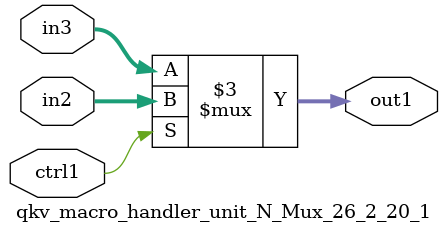
<source format=v>

`timescale 1ps / 1ps


module qkv_macro_handler_unit_N_Mux_26_2_20_1( in3, in2, ctrl1, out1 );

    input [25:0] in3;
    input [25:0] in2;
    input ctrl1;
    output [25:0] out1;
    reg [25:0] out1;

    
    // rtl_process:qkv_macro_handler_unit_N_Mux_26_2_20_1/qkv_macro_handler_unit_N_Mux_26_2_20_1_thread_1
    always @*
      begin : qkv_macro_handler_unit_N_Mux_26_2_20_1_thread_1
        case (ctrl1) 
          1'b1: 
            begin
              out1 = in2;
            end
          default: 
            begin
              out1 = in3;
            end
        endcase
      end

endmodule



</source>
